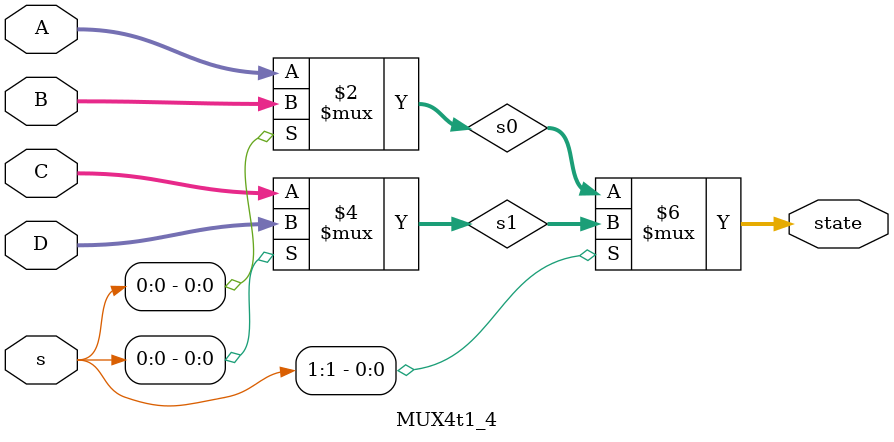
<source format=v>
`timescale 1ns / 1ps
module MUX4t1_4(
input [3:0]A,
input [3:0]B,
input [3:0]C,
input [3:0]D,
input [1:0]s,
output [3:0]state
    );

wire [3:0]s0;
wire [3:0]s1;
assign s0=(s[0]==0)?A:B;
assign s1=(s[0]==0)?C:D;
assign state=(s[1]==0)?s0:s1;

endmodule

</source>
